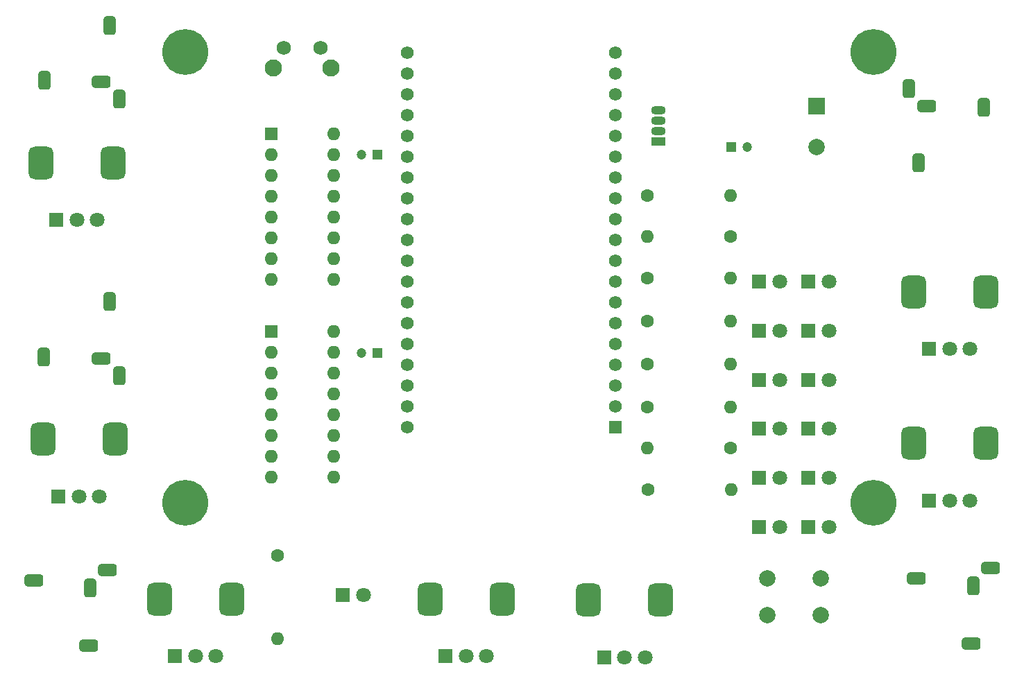
<source format=gbr>
%TF.GenerationSoftware,KiCad,Pcbnew,(6.0.4)*%
%TF.CreationDate,2022-09-15T01:26:24+02:00*%
%TF.ProjectId,_autosave-Spikeling_V2.1,5f617574-6f73-4617-9665-2d5370696b65,rev?*%
%TF.SameCoordinates,Original*%
%TF.FileFunction,Soldermask,Top*%
%TF.FilePolarity,Negative*%
%FSLAX46Y46*%
G04 Gerber Fmt 4.6, Leading zero omitted, Abs format (unit mm)*
G04 Created by KiCad (PCBNEW (6.0.4)) date 2022-09-15 01:26:24*
%MOMM*%
%LPD*%
G01*
G04 APERTURE LIST*
G04 Aperture macros list*
%AMRoundRect*
0 Rectangle with rounded corners*
0 $1 Rounding radius*
0 $2 $3 $4 $5 $6 $7 $8 $9 X,Y pos of 4 corners*
0 Add a 4 corners polygon primitive as box body*
4,1,4,$2,$3,$4,$5,$6,$7,$8,$9,$2,$3,0*
0 Add four circle primitives for the rounded corners*
1,1,$1+$1,$2,$3*
1,1,$1+$1,$4,$5*
1,1,$1+$1,$6,$7*
1,1,$1+$1,$8,$9*
0 Add four rect primitives between the rounded corners*
20,1,$1+$1,$2,$3,$4,$5,0*
20,1,$1+$1,$4,$5,$6,$7,0*
20,1,$1+$1,$6,$7,$8,$9,0*
20,1,$1+$1,$8,$9,$2,$3,0*%
G04 Aperture macros list end*
%ADD10O,1.800000X1.070000*%
%ADD11R,1.800000X1.070000*%
%ADD12C,5.600000*%
%ADD13R,1.800000X1.800000*%
%ADD14C,1.800000*%
%ADD15C,1.600000*%
%ADD16O,1.600000X1.600000*%
%ADD17R,1.600000X1.600000*%
%ADD18RoundRect,0.750000X0.750000X-1.250000X0.750000X1.250000X-0.750000X1.250000X-0.750000X-1.250000X0*%
%ADD19RoundRect,0.381000X0.762000X0.381000X-0.762000X0.381000X-0.762000X-0.381000X0.762000X-0.381000X0*%
%ADD20RoundRect,0.381000X0.381000X-0.762000X0.381000X0.762000X-0.381000X0.762000X-0.381000X-0.762000X0*%
%ADD21RoundRect,0.381000X-0.381000X0.762000X-0.381000X-0.762000X0.381000X-0.762000X0.381000X0.762000X0*%
%ADD22RoundRect,0.381000X-0.762000X-0.381000X0.762000X-0.381000X0.762000X0.381000X-0.762000X0.381000X0*%
%ADD23R,1.200000X1.200000*%
%ADD24C,1.200000*%
%ADD25C,1.750000*%
%ADD26C,2.100000*%
%ADD27R,2.000000X2.000000*%
%ADD28C,2.000000*%
%ADD29R,1.560000X1.560000*%
%ADD30C,1.560000*%
G04 APERTURE END LIST*
D10*
%TO.C,Spike_LED*%
X177750000Y-64680000D03*
D11*
X177750000Y-65950000D03*
D10*
X177750000Y-63410000D03*
X177750000Y-62140000D03*
%TD*%
D12*
%TO.C, *%
X120000000Y-55000000D03*
%TD*%
D13*
%TO.C,6*%
X190000000Y-83000000D03*
D14*
X192540000Y-83000000D03*
%TD*%
D13*
%TO.C,1*%
X190000000Y-113000000D03*
D14*
X192540000Y-113000000D03*
%TD*%
D15*
%TO.C,10k\u03A9*%
X186560000Y-103300000D03*
D16*
X176400000Y-103300000D03*
%TD*%
D17*
%TO.C,MCP3208*%
X130500000Y-89125000D03*
D16*
X130500000Y-91665000D03*
X130500000Y-94205000D03*
X130500000Y-96745000D03*
X130500000Y-99285000D03*
X130500000Y-101825000D03*
X130500000Y-104365000D03*
X130500000Y-106905000D03*
X138120000Y-106905000D03*
X138120000Y-104365000D03*
X138120000Y-101825000D03*
X138120000Y-99285000D03*
X138120000Y-96745000D03*
X138120000Y-94205000D03*
X138120000Y-91665000D03*
X138120000Y-89125000D03*
%TD*%
D13*
%TO.C,Stimulus*%
X210750000Y-109750000D03*
D14*
X213250000Y-109750000D03*
X215750000Y-109750000D03*
D18*
X217650000Y-102750000D03*
X208850000Y-102750000D03*
%TD*%
D13*
%TO.C,Noise*%
X171100000Y-128900000D03*
D14*
X173600000Y-128900000D03*
X176100000Y-128900000D03*
D18*
X169200000Y-121900000D03*
X178000000Y-121900000D03*
%TD*%
D19*
%TO.C,Synapse In 1*%
X109781500Y-58650000D03*
D20*
X111981500Y-60750000D03*
D21*
X102781500Y-58450000D03*
D20*
X110781500Y-51750000D03*
%TD*%
D22*
%TO.C,Synapse Out*%
X210468500Y-61600000D03*
D21*
X208268500Y-59500000D03*
D20*
X217468500Y-61800000D03*
D21*
X209468500Y-68500000D03*
%TD*%
D13*
%TO.C,Synapse1 Gain*%
X104250000Y-75500000D03*
D14*
X106750000Y-75500000D03*
X109250000Y-75500000D03*
D18*
X111150000Y-68500000D03*
X102350000Y-68500000D03*
%TD*%
D13*
%TO.C,3*%
X190000000Y-101000000D03*
D14*
X192540000Y-101000000D03*
%TD*%
D13*
%TO.C,Voltage Membrane*%
X118750000Y-128750000D03*
D14*
X121250000Y-128750000D03*
X123750000Y-128750000D03*
D18*
X116850000Y-121750000D03*
X125650000Y-121750000D03*
%TD*%
D15*
%TO.C,100\u03A9*%
X176500000Y-108400000D03*
D16*
X186660000Y-108400000D03*
%TD*%
D12*
%TO.C, *%
X204000000Y-55000000D03*
%TD*%
D17*
%TO.C,MCP3208*%
X130500000Y-65000000D03*
D16*
X130500000Y-67540000D03*
X130500000Y-70080000D03*
X130500000Y-72620000D03*
X130500000Y-75160000D03*
X130500000Y-77700000D03*
X130500000Y-80240000D03*
X130500000Y-82780000D03*
X138120000Y-82780000D03*
X138120000Y-80240000D03*
X138120000Y-77700000D03*
X138120000Y-75160000D03*
X138120000Y-72620000D03*
X138120000Y-70080000D03*
X138120000Y-67540000D03*
X138120000Y-65000000D03*
%TD*%
D23*
%TO.C,1\u03BCF*%
X143472600Y-91750000D03*
D24*
X141472600Y-91750000D03*
%TD*%
D21*
%TO.C,Stimulus Out*%
X216150000Y-120218500D03*
D19*
X218250000Y-118018500D03*
D22*
X215950000Y-127218500D03*
D19*
X209250000Y-119218500D03*
%TD*%
D25*
%TO.C,Reset Button*%
X136500000Y-54440000D03*
X132000000Y-54440000D03*
D26*
X130750000Y-56930000D03*
X137760000Y-56930000D03*
%TD*%
D13*
%TO.C,10*%
X196000000Y-95000000D03*
D14*
X198540000Y-95000000D03*
%TD*%
D13*
%TO.C,8*%
X196000000Y-107000000D03*
D14*
X198540000Y-107000000D03*
%TD*%
D23*
%TO.C,1\u03BCF*%
X143472600Y-67500000D03*
D24*
X141472600Y-67500000D03*
%TD*%
D15*
%TO.C,100\u03A9*%
X176400000Y-98300000D03*
D16*
X186560000Y-98300000D03*
%TD*%
D13*
%TO.C,12*%
X196000000Y-83000000D03*
D14*
X198540000Y-83000000D03*
%TD*%
D13*
%TO.C,11*%
X196000000Y-89000000D03*
D14*
X198540000Y-89000000D03*
%TD*%
D13*
%TO.C,9*%
X196000000Y-101000000D03*
D14*
X198540000Y-101000000D03*
%TD*%
D16*
%TO.C,10\u03A9*%
X186560000Y-72550000D03*
D15*
X176400000Y-72550000D03*
%TD*%
D13*
%TO.C,Photodiode*%
X139225000Y-121250000D03*
D14*
X141765000Y-121250000D03*
%TD*%
D13*
%TO.C,Stimulus*%
X210750000Y-91250000D03*
D14*
X213250000Y-91250000D03*
X215750000Y-91250000D03*
D18*
X217650000Y-84250000D03*
X208850000Y-84250000D03*
%TD*%
D13*
%TO.C,Synapse2 Gain*%
X104500000Y-109250000D03*
D14*
X107000000Y-109250000D03*
X109500000Y-109250000D03*
D18*
X102600000Y-102250000D03*
X111400000Y-102250000D03*
%TD*%
D19*
%TO.C,Synapse In 2*%
X109750000Y-92400000D03*
D20*
X111950000Y-94500000D03*
D21*
X102750000Y-92200000D03*
D20*
X110750000Y-85500000D03*
%TD*%
D13*
%TO.C,2*%
X190000000Y-107000000D03*
D14*
X192540000Y-107000000D03*
%TD*%
D12*
%TO.C, *%
X204000000Y-110000000D03*
%TD*%
D13*
%TO.C,4*%
X190000000Y-95000000D03*
D14*
X192540000Y-95000000D03*
%TD*%
D21*
%TO.C,Current In*%
X108400000Y-120468500D03*
D19*
X110500000Y-118268500D03*
D22*
X108200000Y-127468500D03*
D19*
X101500000Y-119468500D03*
%TD*%
D15*
%TO.C,100\u03A9*%
X176400000Y-93050000D03*
D16*
X186560000Y-93050000D03*
%TD*%
D15*
%TO.C,10k\u03A9*%
X131250000Y-116420000D03*
D16*
X131250000Y-126580000D03*
%TD*%
D13*
%TO.C,Photodiode Gain*%
X151750000Y-128750000D03*
D14*
X154250000Y-128750000D03*
X156750000Y-128750000D03*
D18*
X158650000Y-121750000D03*
X149850000Y-121750000D03*
%TD*%
D24*
%TO.C,1nF*%
X188600000Y-66600000D03*
D23*
X186600000Y-66600000D03*
%TD*%
D15*
%TO.C,100\u03A9*%
X176400000Y-87800000D03*
D16*
X186560000Y-87800000D03*
%TD*%
D15*
%TO.C,100\u03A9*%
X186560000Y-77550000D03*
D16*
X176400000Y-77550000D03*
%TD*%
D27*
%TO.C,Spike_Buzzer*%
X197000000Y-61550000D03*
D28*
X197000000Y-66550000D03*
%TD*%
D12*
%TO.C, *%
X120000000Y-110000000D03*
%TD*%
D15*
%TO.C,100\u03A9*%
X176400000Y-82550000D03*
D16*
X186560000Y-82550000D03*
%TD*%
D28*
%TO.C,Mode Button*%
X191000000Y-119250000D03*
X197500000Y-119250000D03*
X197500000Y-123750000D03*
X191000000Y-123750000D03*
%TD*%
D29*
%TO.C,ESP32 Wroom-32 Dev Module*%
X172450000Y-100760000D03*
D30*
X172450000Y-98220000D03*
X172450000Y-95680000D03*
X172450000Y-93140000D03*
X172450000Y-90600000D03*
X172450000Y-88060000D03*
X172450000Y-85520000D03*
X172450000Y-82980000D03*
X172450000Y-80440000D03*
X172450000Y-77900000D03*
X172450000Y-75360000D03*
X172450000Y-72820000D03*
X172450000Y-70280000D03*
X172450000Y-67740000D03*
X172450000Y-65200000D03*
X172450000Y-62660000D03*
X172450000Y-60120000D03*
X172450000Y-57580000D03*
X172450000Y-55040000D03*
X147050000Y-100760000D03*
X147050000Y-98220000D03*
X147050000Y-95680000D03*
X147050000Y-93140000D03*
X147050000Y-90600000D03*
X147050000Y-88060000D03*
X147050000Y-85520000D03*
X147050000Y-82980000D03*
X147050000Y-80440000D03*
X147050000Y-77900000D03*
X147050000Y-75360000D03*
X147050000Y-72820000D03*
X147050000Y-70280000D03*
X147050000Y-67740000D03*
X147050000Y-65200000D03*
X147050000Y-62660000D03*
X147050000Y-60120000D03*
X147050000Y-57580000D03*
X147050000Y-55040000D03*
%TD*%
D13*
%TO.C,7*%
X196000000Y-113000000D03*
D14*
X198540000Y-113000000D03*
%TD*%
D13*
%TO.C,5*%
X190000000Y-89000000D03*
D14*
X192540000Y-89000000D03*
%TD*%
M02*

</source>
